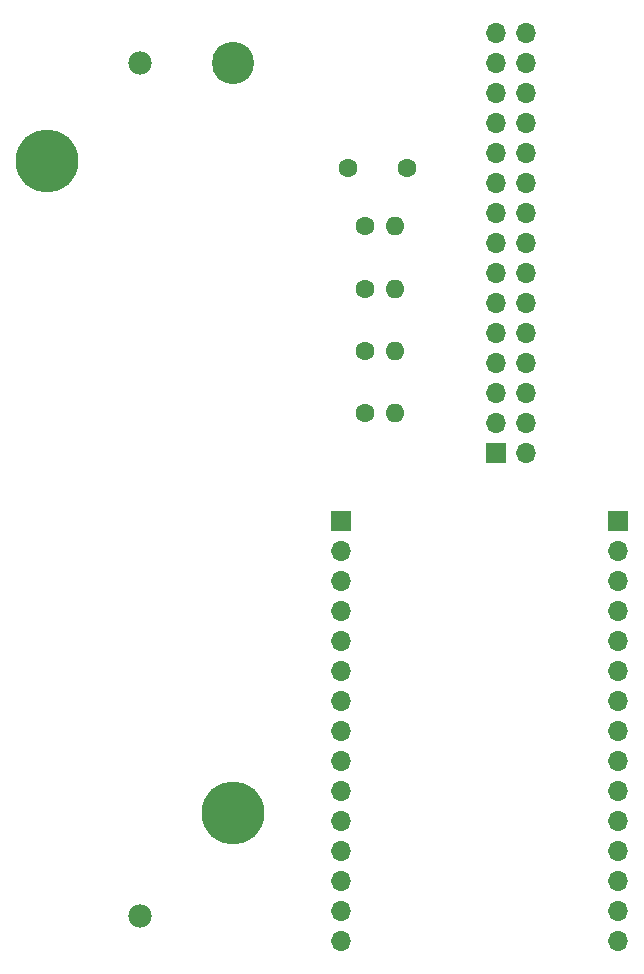
<source format=gbr>
%TF.GenerationSoftware,KiCad,Pcbnew,(6.0.0)*%
%TF.CreationDate,2022-04-22T12:33:35-07:00*%
%TF.ProjectId,Garden-Soil-MoistureSensor,47617264-656e-42d5-936f-696c2d4d6f69,rev?*%
%TF.SameCoordinates,Original*%
%TF.FileFunction,Soldermask,Bot*%
%TF.FilePolarity,Negative*%
%FSLAX46Y46*%
G04 Gerber Fmt 4.6, Leading zero omitted, Abs format (unit mm)*
G04 Created by KiCad (PCBNEW (6.0.0)) date 2022-04-22 12:33:35*
%MOMM*%
%LPD*%
G01*
G04 APERTURE LIST*
%ADD10C,1.600000*%
%ADD11O,1.600000X1.600000*%
%ADD12R,1.700000X1.700000*%
%ADD13O,1.700000X1.700000*%
%ADD14C,1.980000*%
%ADD15C,5.325000*%
%ADD16C,3.585000*%
G04 APERTURE END LIST*
D10*
%TO.C,R4*%
X152742800Y-86023600D03*
D11*
X155282800Y-86023600D03*
%TD*%
D12*
%TO.C,J2*%
X174225000Y-95110400D03*
D13*
X174225000Y-97650400D03*
X174225000Y-100190400D03*
X174225000Y-102730400D03*
X174225000Y-105270400D03*
X174225000Y-107810400D03*
X174225000Y-110350400D03*
X174225000Y-112890400D03*
X174225000Y-115430400D03*
X174225000Y-117970400D03*
X174225000Y-120510400D03*
X174225000Y-123050400D03*
X174225000Y-125590400D03*
X174225000Y-128130400D03*
X174225000Y-130670400D03*
%TD*%
D10*
%TO.C,R2*%
X152742800Y-75462000D03*
D11*
X155282800Y-75462000D03*
%TD*%
D10*
%TO.C,R1*%
X152742800Y-70181200D03*
D11*
X155282800Y-70181200D03*
%TD*%
D10*
%TO.C,R3*%
X152742800Y-80742800D03*
D11*
X155282800Y-80742800D03*
%TD*%
D12*
%TO.C,J3*%
X163892500Y-89346200D03*
D13*
X166432500Y-89346200D03*
X163892500Y-86806200D03*
X166432500Y-86806200D03*
X163892500Y-84266200D03*
X166432500Y-84266200D03*
X163892500Y-81726200D03*
X166432500Y-81726200D03*
X163892500Y-79186200D03*
X166432500Y-79186200D03*
X163892500Y-76646200D03*
X166432500Y-76646200D03*
X163892500Y-74106200D03*
X166432500Y-74106200D03*
X163892500Y-71566200D03*
X166432500Y-71566200D03*
X163892500Y-69026200D03*
X166432500Y-69026200D03*
X163892500Y-66486200D03*
X166432500Y-66486200D03*
X163892500Y-63946200D03*
X166432500Y-63946200D03*
X163892500Y-61406200D03*
X166432500Y-61406200D03*
X163892500Y-58866200D03*
X166432500Y-58866200D03*
X163892500Y-56326200D03*
X166432500Y-56326200D03*
X163892500Y-53786200D03*
X166432500Y-53786200D03*
%TD*%
D12*
%TO.C,J1*%
X150730000Y-95110400D03*
D13*
X150730000Y-97650400D03*
X150730000Y-100190400D03*
X150730000Y-102730400D03*
X150730000Y-105270400D03*
X150730000Y-107810400D03*
X150730000Y-110350400D03*
X150730000Y-112890400D03*
X150730000Y-115430400D03*
X150730000Y-117970400D03*
X150730000Y-120510400D03*
X150730000Y-123050400D03*
X150730000Y-125590400D03*
X150730000Y-128130400D03*
X150730000Y-130670400D03*
%TD*%
D14*
%TO.C,U1*%
X133696200Y-128533300D03*
X133696200Y-56333300D03*
D15*
X141566200Y-119893300D03*
D16*
X141566200Y-56333300D03*
D15*
X125826200Y-64693300D03*
%TD*%
D10*
%TO.C,C1*%
X151287800Y-65215500D03*
X156287800Y-65215500D03*
%TD*%
M02*

</source>
